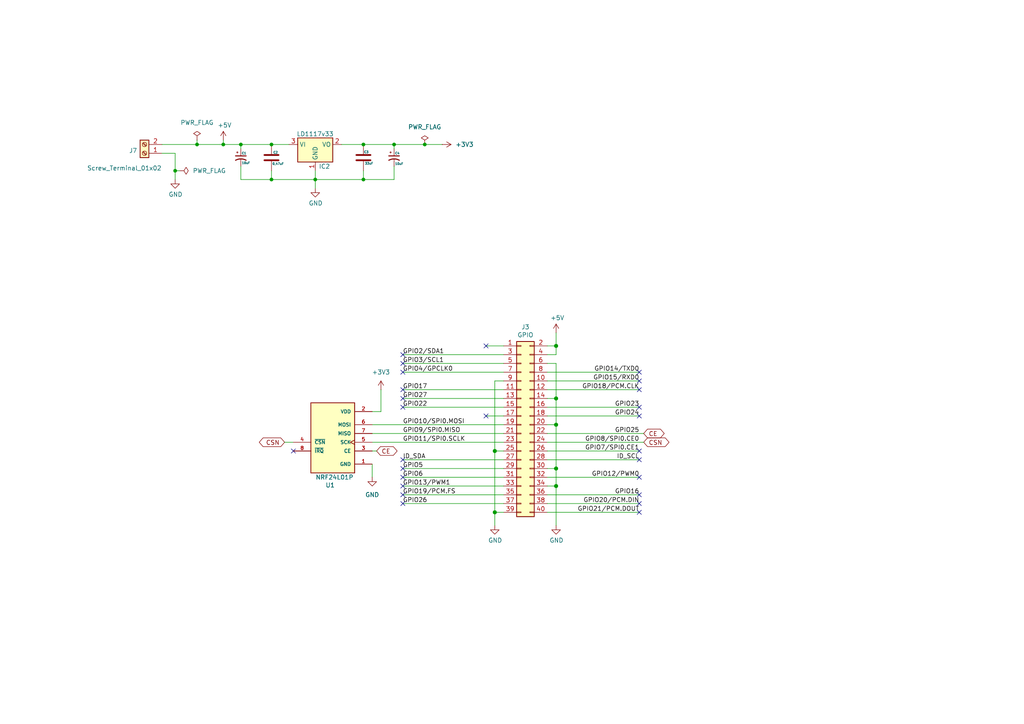
<source format=kicad_sch>
(kicad_sch (version 20231120) (generator "eeschema") (generator_version "8.0")
  (paper "A4")
  (lib_symbols
    (symbol "Connector:Screw_Terminal_01x02" (pin_names (offset 1.016) hide)
      (property "Reference" "J" (at 0 2.54 0))
      (property "Value" "Screw_Terminal_01x02" (at 0 -5.08 0))
      (symbol "Screw_Terminal_01x02_1_1"
        (rectangle (start -1.27 1.27) (end 1.27 -3.81) (stroke (width 0.254)) (fill (type background)))
        (circle (center 0 -2.54) (radius 0.635) (stroke (width 0.1524)))
        (polyline (pts (xy -0.5334 -2.2098) (xy 0.3302 -3.048)) (stroke (width 0.1524)))
        (polyline (pts (xy -0.5334 0.3302) (xy 0.3302 -0.508)) (stroke (width 0.1524)))
        (polyline (pts (xy -0.3556 -2.032) (xy 0.508 -2.8702)) (stroke (width 0.1524)))
        (polyline (pts (xy -0.3556 0.508) (xy 0.508 -0.3302)) (stroke (width 0.1524)))
        (circle (center 0 0) (radius 0.635) (stroke (width 0.1524)))
        (pin passive line (at -5.08 0 0) (length 3.81) (name "Pin_1") (number "1"))
        (pin passive line (at -5.08 -2.54 0) (length 3.81) (name "Pin_2") (number "2"))
      )
    )
    (symbol "Connector_Generic:Conn_02x20_Odd_Even" (pin_names (offset 1.016) hide)
      (property "Reference" "J" (at 1.27 25.4 0))
      (property "Value" "Conn_02x20_Odd_Even" (at 1.27 -27.94 0))
      (symbol "Conn_02x20_Odd_Even_1_1"
        (rectangle (start -1.27 -25.273) (end 0 -25.527) (stroke (width 0.1524)))
        (rectangle (start -1.27 -22.733) (end 0 -22.987) (stroke (width 0.1524)))
        (rectangle (start -1.27 -20.193) (end 0 -20.447) (stroke (width 0.1524)))
        (rectangle (start -1.27 -17.653) (end 0 -17.907) (stroke (width 0.1524)))
        (rectangle (start -1.27 -15.113) (end 0 -15.367) (stroke (width 0.1524)))
        (rectangle (start -1.27 -12.573) (end 0 -12.827) (stroke (width 0.1524)))
        (rectangle (start -1.27 -10.033) (end 0 -10.287) (stroke (width 0.1524)))
        (rectangle (start -1.27 -7.493) (end 0 -7.747) (stroke (width 0.1524)))
        (rectangle (start -1.27 -4.953) (end 0 -5.207) (stroke (width 0.1524)))
        (rectangle (start -1.27 -2.413) (end 0 -2.667) (stroke (width 0.1524)))
        (rectangle (start -1.27 0.127) (end 0 -0.127) (stroke (width 0.1524)))
        (rectangle (start -1.27 2.667) (end 0 2.413) (stroke (width 0.1524)))
        (rectangle (start -1.27 5.207) (end 0 4.953) (stroke (width 0.1524)))
        (rectangle (start -1.27 7.747) (end 0 7.493) (stroke (width 0.1524)))
        (rectangle (start -1.27 10.287) (end 0 10.033) (stroke (width 0.1524)))
        (rectangle (start -1.27 12.827) (end 0 12.573) (stroke (width 0.1524)))
        (rectangle (start -1.27 15.367) (end 0 15.113) (stroke (width 0.1524)))
        (rectangle (start -1.27 17.907) (end 0 17.653) (stroke (width 0.1524)))
        (rectangle (start -1.27 20.447) (end 0 20.193) (stroke (width 0.1524)))
        (rectangle (start -1.27 22.987) (end 0 22.733) (stroke (width 0.1524)))
        (rectangle (start -1.27 24.13) (end 3.81 -26.67) (stroke (width 0.254)) (fill (type background)))
        (rectangle (start 3.81 -25.273) (end 2.54 -25.527) (stroke (width 0.1524)))
        (rectangle (start 3.81 -22.733) (end 2.54 -22.987) (stroke (width 0.1524)))
        (rectangle (start 3.81 -20.193) (end 2.54 -20.447) (stroke (width 0.1524)))
        (rectangle (start 3.81 -17.653) (end 2.54 -17.907) (stroke (width 0.1524)))
        (rectangle (start 3.81 -15.113) (end 2.54 -15.367) (stroke (width 0.1524)))
        (rectangle (start 3.81 -12.573) (end 2.54 -12.827) (stroke (width 0.1524)))
        (rectangle (start 3.81 -10.033) (end 2.54 -10.287) (stroke (width 0.1524)))
        (rectangle (start 3.81 -7.493) (end 2.54 -7.747) (stroke (width 0.1524)))
        (rectangle (start 3.81 -4.953) (end 2.54 -5.207) (stroke (width 0.1524)))
        (rectangle (start 3.81 -2.413) (end 2.54 -2.667) (stroke (width 0.1524)))
        (rectangle (start 3.81 0.127) (end 2.54 -0.127) (stroke (width 0.1524)))
        (rectangle (start 3.81 2.667) (end 2.54 2.413) (stroke (width 0.1524)))
        (rectangle (start 3.81 5.207) (end 2.54 4.953) (stroke (width 0.1524)))
        (rectangle (start 3.81 7.747) (end 2.54 7.493) (stroke (width 0.1524)))
        (rectangle (start 3.81 10.287) (end 2.54 10.033) (stroke (width 0.1524)))
        (rectangle (start 3.81 12.827) (end 2.54 12.573) (stroke (width 0.1524)))
        (rectangle (start 3.81 15.367) (end 2.54 15.113) (stroke (width 0.1524)))
        (rectangle (start 3.81 17.907) (end 2.54 17.653) (stroke (width 0.1524)))
        (rectangle (start 3.81 20.447) (end 2.54 20.193) (stroke (width 0.1524)))
        (rectangle (start 3.81 22.987) (end 2.54 22.733) (stroke (width 0.1524)))
        (pin passive line (at -5.08 22.86 0) (length 3.81) (name "Pin_1") (number "1"))
        (pin passive line (at 7.62 12.7 180) (length 3.81) (name "Pin_10") (number "10"))
        (pin passive line (at -5.08 10.16 0) (length 3.81) (name "Pin_11") (number "11"))
        (pin passive line (at 7.62 10.16 180) (length 3.81) (name "Pin_12") (number "12"))
        (pin passive line (at -5.08 7.62 0) (length 3.81) (name "Pin_13") (number "13"))
        (pin passive line (at 7.62 7.62 180) (length 3.81) (name "Pin_14") (number "14"))
        (pin passive line (at -5.08 5.08 0) (length 3.81) (name "Pin_15") (number "15"))
        (pin passive line (at 7.62 5.08 180) (length 3.81) (name "Pin_16") (number "16"))
        (pin passive line (at -5.08 2.54 0) (length 3.81) (name "Pin_17") (number "17"))
        (pin passive line (at 7.62 2.54 180) (length 3.81) (name "Pin_18") (number "18"))
        (pin passive line (at -5.08 0 0) (length 3.81) (name "Pin_19") (number "19"))
        (pin passive line (at 7.62 22.86 180) (length 3.81) (name "Pin_2") (number "2"))
        (pin passive line (at 7.62 0 180) (length 3.81) (name "Pin_20") (number "20"))
        (pin passive line (at -5.08 -2.54 0) (length 3.81) (name "Pin_21") (number "21"))
        (pin passive line (at 7.62 -2.54 180) (length 3.81) (name "Pin_22") (number "22"))
        (pin passive line (at -5.08 -5.08 0) (length 3.81) (name "Pin_23") (number "23"))
        (pin passive line (at 7.62 -5.08 180) (length 3.81) (name "Pin_24") (number "24"))
        (pin passive line (at -5.08 -7.62 0) (length 3.81) (name "Pin_25") (number "25"))
        (pin passive line (at 7.62 -7.62 180) (length 3.81) (name "Pin_26") (number "26"))
        (pin passive line (at -5.08 -10.16 0) (length 3.81) (name "Pin_27") (number "27"))
        (pin passive line (at 7.62 -10.16 180) (length 3.81) (name "Pin_28") (number "28"))
        (pin passive line (at -5.08 -12.7 0) (length 3.81) (name "Pin_29") (number "29"))
        (pin passive line (at -5.08 20.32 0) (length 3.81) (name "Pin_3") (number "3"))
        (pin passive line (at 7.62 -12.7 180) (length 3.81) (name "Pin_30") (number "30"))
        (pin passive line (at -5.08 -15.24 0) (length 3.81) (name "Pin_31") (number "31"))
        (pin passive line (at 7.62 -15.24 180) (length 3.81) (name "Pin_32") (number "32"))
        (pin passive line (at -5.08 -17.78 0) (length 3.81) (name "Pin_33") (number "33"))
        (pin passive line (at 7.62 -17.78 180) (length 3.81) (name "Pin_34") (number "34"))
        (pin passive line (at -5.08 -20.32 0) (length 3.81) (name "Pin_35") (number "35"))
        (pin passive line (at 7.62 -20.32 180) (length 3.81) (name "Pin_36") (number "36"))
        (pin passive line (at -5.08 -22.86 0) (length 3.81) (name "Pin_37") (number "37"))
        (pin passive line (at 7.62 -22.86 180) (length 3.81) (name "Pin_38") (number "38"))
        (pin passive line (at -5.08 -25.4 0) (length 3.81) (name "Pin_39") (number "39"))
        (pin passive line (at 7.62 20.32 180) (length 3.81) (name "Pin_4") (number "4"))
        (pin passive line (at 7.62 -25.4 180) (length 3.81) (name "Pin_40") (number "40"))
        (pin passive line (at -5.08 17.78 0) (length 3.81) (name "Pin_5") (number "5"))
        (pin passive line (at 7.62 17.78 180) (length 3.81) (name "Pin_6") (number "6"))
        (pin passive line (at -5.08 15.24 0) (length 3.81) (name "Pin_7") (number "7"))
        (pin passive line (at 7.62 15.24 180) (length 3.81) (name "Pin_8") (number "8"))
        (pin passive line (at -5.08 12.7 0) (length 3.81) (name "Pin_9") (number "9"))
      )
    )
    (symbol "Device:C" (pin_numbers hide) (pin_names (offset 0.254))
      (property "Reference" "C" (at 0.635 2.54 0))
      (property "Value" "C" (at 0.635 -2.54 0))
      (symbol "C_0_1"
        (polyline (pts (xy -2.032 -0.762) (xy 2.032 -0.762)) (stroke (width 0.508)))
        (polyline (pts (xy -2.032 0.762) (xy 2.032 0.762)) (stroke (width 0.508)))
      )
      (symbol "C_1_1"
        (pin passive line (at 0 3.81 270) (length 2.794) (name "~") (number "1"))
        (pin passive line (at 0 -3.81 90) (length 2.794) (name "~") (number "2"))
      )
    )
    (symbol "Device:C_Polarized_Small_US" (pin_numbers hide) (pin_names (offset 0.254) hide)
      (property "Reference" "C" (at 0.254 1.778 0))
      (property "Value" "C_Polarized_Small_US" (at 0.254 -2.032 0))
      (symbol "C_Polarized_Small_US_0_1"
        (polyline (pts (xy -1.524 0.508) (xy 1.524 0.508)) (stroke (width 0.3048)))
        (polyline (pts (xy -1.27 1.524) (xy -0.762 1.524)))
        (polyline (pts (xy -1.016 1.27) (xy -1.016 1.778)))
        (arc (start 1.524 -0.762) (mid 0 -0.3734) (end -1.524 -0.762) (stroke (width 0.3048)))
      )
      (symbol "C_Polarized_Small_US_1_1"
        (pin passive line (at 0 2.54 270) (length 2.032) (name "~") (number "1"))
        (pin passive line (at 0 -2.54 90) (length 2.032) (name "~") (number "2"))
      )
    )
    (symbol "GND_1" (power) (pin_numbers hide) (pin_names (offset 0) hide)
      (property "Value" "GND" (at 0 -3.81 0))
      (symbol "GND_1_0_1"
        (polyline (pts (xy 0 0) (xy 0 -1.27) (xy 1.27 -1.27) (xy 0 -2.54) (xy -1.27 -1.27) (xy 0 -1.27)))
      )
      (symbol "GND_1_1_1"
        (pin power_in line (at 0 0 270) (length 0) (name "~") (number "1"))
      )
    )
    (symbol "NRF24L01P-MODULE-PCB_1" (pin_names (offset 1.016))
      (property "Reference" "U3" (at 3.048 14.986 0))
      (property "Value" "NRF24L01P" (at 4.318 12.7 0))
      (symbol "NRF24L01P-MODULE-PCB_1_0_0"
        (rectangle (start -2.54 11.43) (end 10.16 -8.89) (stroke (width 0.254)) (fill (type background)))
        (pin power_in line (at 15.24 8.89 180) (length 5.08) (name "GND") (number "1"))
        (pin power_in line (at 15.24 -6.35 180) (length 5.08) (name "VDD") (number "2"))
        (pin input line (at 15.24 5.08 180) (length 5.08) (name "CE") (number "3"))
        (pin input line (at -7.62 2.54 0) (length 5.08) (name "~{CSN}") (number "4"))
        (pin input clock (at 15.24 2.54 180) (length 5.08) (name "SCK") (number "5"))
        (pin input line (at 15.24 -2.54 180) (length 5.08) (name "MOSI") (number "6"))
        (pin input line (at 15.24 0 180) (length 5.08) (name "MISO") (number "7"))
        (pin input line (at -7.62 5.08 0) (length 5.08) (name "~{IRQ}") (number "8"))
      )
    )
    (symbol "Regulator_Linear:LD1117S33TR_SOT223"
      (property "Reference" "U" (at -3.81 3.175 0))
      (property "Value" "LD1117S33TR_SOT223" (at 0 3.175 0))
      (symbol "LD1117S33TR_SOT223_0_1"
        (rectangle (start -5.08 -5.08) (end 5.08 1.905) (stroke (width 0.254)) (fill (type background)))
      )
      (symbol "LD1117S33TR_SOT223_1_1"
        (pin power_in line (at 0 -7.62 90) (length 2.54) (name "GND") (number "1"))
        (pin power_out line (at 7.62 0 180) (length 2.54) (name "VO") (number "2"))
        (pin power_in line (at -7.62 0 0) (length 2.54) (name "VI") (number "3"))
      )
    )
    (symbol "power:+3V3" (power) (pin_numbers hide) (pin_names (offset 0) hide)
      (property "Value" "+3V3" (at 0 3.556 0))
      (symbol "+3V3_0_1"
        (polyline (pts (xy -0.762 1.27) (xy 0 2.54)))
        (polyline (pts (xy 0 0) (xy 0 2.54)))
        (polyline (pts (xy 0 2.54) (xy 0.762 1.27)))
      )
      (symbol "+3V3_1_1"
        (pin power_in line (at 0 0 90) (length 0) (name "~") (number "1"))
      )
    )
    (symbol "power:+5V" (power) (pin_names (offset 0))
      (property "Value" "+5V" (at 0 3.556 0))
      (symbol "+5V_0_1"
        (polyline (pts (xy -0.762 1.27) (xy 0 2.54)))
        (polyline (pts (xy 0 0) (xy 0 2.54)))
        (polyline (pts (xy 0 2.54) (xy 0.762 1.27)))
      )
      (symbol "+5V_1_1"
        (pin power_in line (at 0 0 90) (length 0) hide (name "+5V") (number "1"))
      )
    )
    (symbol "power:GND" (power) (pin_names (offset 0))
      (property "Value" "GND" (at 0 -3.81 0))
      (symbol "GND_0_1"
        (polyline (pts (xy 0 0) (xy 0 -1.27) (xy 1.27 -1.27) (xy 0 -2.54) (xy -1.27 -1.27) (xy 0 -1.27)))
      )
      (symbol "GND_1_1"
        (pin power_in line (at 0 0 270) (length 0) hide (name "GND") (number "1"))
      )
    )
    (symbol "power:PWR_FLAG" (power) (pin_numbers hide) (pin_names (offset 0) hide)
      (property "Value" "PWR_FLAG" (at 0 3.81 0))
      (symbol "PWR_FLAG_0_0"
        (pin power_out line (at 0 0 90) (length 0) (name "~") (number "1"))
      )
      (symbol "PWR_FLAG_0_1"
        (polyline (pts (xy 0 0) (xy 0 1.27) (xy -1.016 1.905) (xy 0 2.54) (xy 1.016 1.905) (xy 0 1.27)))
      )
    )
  )
  (junction (at 161.29 123.19) (diameter 1.016))
  (junction (at 50.8 49.53))
  (junction (at 57.15 41.91))
  (junction (at 105.41 41.91))
  (junction (at 105.41 52.07))
  (junction (at 78.74 41.91))
  (junction (at 161.29 140.97) (diameter 1.016))
  (junction (at 64.77 41.91))
  (junction (at 161.29 100.33) (diameter 1.016))
  (junction (at 161.29 135.89) (diameter 1.016))
  (junction (at 143.51 148.59) (diameter 1.016))
  (junction (at 123.19 41.91))
  (junction (at 143.51 130.81) (diameter 1.016))
  (junction (at 161.29 115.57) (diameter 1.016))
  (junction (at 69.85 41.91))
  (junction (at 91.44 52.07))
  (junction (at 114.3 41.91))
  (junction (at 78.74 52.07))
  (no_connect (at 116.84 140.97))
  (no_connect (at 116.84 143.51))
  (no_connect (at 116.84 107.95))
  (no_connect (at 140.97 100.33))
  (no_connect (at 185.42 133.35))
  (no_connect (at 185.42 130.81))
  (no_connect (at 85.09 130.81))
  (no_connect (at 116.84 138.43))
  (no_connect (at 185.42 148.59))
  (no_connect (at 116.84 113.03))
  (no_connect (at 116.84 115.57))
  (no_connect (at 185.42 118.11))
  (no_connect (at 185.42 107.95))
  (no_connect (at 185.42 138.43))
  (no_connect (at 116.84 135.89))
  (no_connect (at 185.42 143.51))
  (no_connect (at 116.84 105.41))
  (no_connect (at 185.42 146.05))
  (no_connect (at 185.42 120.65))
  (no_connect (at 116.84 102.87))
  (no_connect (at 185.42 110.49))
  (no_connect (at 116.84 133.35))
  (no_connect (at 185.42 113.03))
  (no_connect (at 116.84 118.11))
  (no_connect (at 140.97 120.65))
  (no_connect (at 116.84 146.05))
  (wire (pts (xy 99.06 41.91) (xy 105.41 41.91)))
  (wire (pts (xy 78.74 52.07) (xy 91.44 52.07)))
  (wire (pts (xy 107.95 130.81) (xy 109.22 130.81)))
  (wire (pts (xy 116.84 138.43) (xy 146.05 138.43)))
  (wire (pts (xy 116.84 118.11) (xy 146.05 118.11)))
  (wire (pts (xy 158.75 148.59) (xy 185.42 148.59)))
  (wire (pts (xy 158.75 130.81) (xy 185.42 130.81)))
  (wire (pts (xy 140.97 100.33) (xy 146.05 100.33)))
  (wire (pts (xy 107.95 125.73) (xy 146.05 125.73)))
  (wire (pts (xy 161.29 105.41) (xy 158.75 105.41)))
  (wire (pts (xy 146.05 102.87) (xy 116.84 102.87)))
  (wire (pts (xy 161.29 100.33) (xy 158.75 100.33)))
  (wire (pts (xy 116.84 105.41) (xy 146.05 105.41)))
  (wire (pts (xy 161.29 135.89) (xy 158.75 135.89)))
  (wire (pts (xy 91.44 52.07) (xy 91.44 54.61)))
  (wire (pts (xy 143.51 130.81) (xy 143.51 148.59)))
  (wire (pts (xy 158.75 113.03) (xy 185.42 113.03)))
  (wire (pts (xy 143.51 110.49) (xy 143.51 130.81)))
  (wire (pts (xy 161.29 140.97) (xy 161.29 152.4)))
  (wire (pts (xy 143.51 110.49) (xy 146.05 110.49)))
  (wire (pts (xy 143.51 148.59) (xy 143.51 152.4)))
  (wire (pts (xy 161.29 100.33) (xy 161.29 102.87)))
  (wire (pts (xy 46.99 41.91) (xy 57.15 41.91)))
  (wire (pts (xy 107.95 134.62) (xy 107.95 138.43)))
  (wire (pts (xy 69.85 41.91) (xy 69.85 43.18)))
  (wire (pts (xy 52.07 49.53) (xy 50.8 49.53)))
  (wire (pts (xy 91.44 52.07) (xy 105.41 52.07)))
  (wire (pts (xy 57.15 41.91) (xy 64.77 41.91)))
  (wire (pts (xy 158.75 125.73) (xy 186.69 125.73)))
  (wire (pts (xy 158.75 107.95) (xy 185.42 107.95)))
  (wire (pts (xy 158.75 120.65) (xy 185.42 120.65)))
  (wire (pts (xy 146.05 140.97) (xy 116.84 140.97)))
  (wire (pts (xy 78.74 49.53) (xy 78.74 52.07)))
  (wire (pts (xy 161.29 115.57) (xy 161.29 123.19)))
  (wire (pts (xy 158.75 146.05) (xy 185.42 146.05)))
  (wire (pts (xy 107.95 123.19) (xy 146.05 123.19)))
  (wire (pts (xy 161.29 96.52) (xy 161.29 100.33)))
  (wire (pts (xy 107.95 119.38) (xy 110.49 119.38)))
  (wire (pts (xy 161.29 102.87) (xy 158.75 102.87)))
  (wire (pts (xy 105.41 41.91) (xy 114.3 41.91)))
  (wire (pts (xy 105.41 52.07) (xy 114.3 52.07)))
  (wire (pts (xy 128.27 41.91) (xy 123.19 41.91)))
  (wire (pts (xy 114.3 48.26) (xy 114.3 52.07)))
  (wire (pts (xy 158.75 118.11) (xy 185.42 118.11)))
  (wire (pts (xy 161.29 135.89) (xy 161.29 140.97)))
  (wire (pts (xy 158.75 138.43) (xy 185.42 138.43)))
  (wire (pts (xy 91.44 49.53) (xy 91.44 52.07)))
  (wire (pts (xy 158.75 143.51) (xy 185.42 143.51)))
  (wire (pts (xy 116.84 115.57) (xy 146.05 115.57)))
  (wire (pts (xy 143.51 148.59) (xy 146.05 148.59)))
  (wire (pts (xy 143.51 130.81) (xy 146.05 130.81)))
  (wire (pts (xy 64.77 41.91) (xy 69.85 41.91)))
  (wire (pts (xy 158.75 133.35) (xy 185.42 133.35)))
  (wire (pts (xy 116.84 143.51) (xy 146.05 143.51)))
  (wire (pts (xy 57.15 40.64) (xy 57.15 41.91)))
  (wire (pts (xy 116.84 146.05) (xy 146.05 146.05)))
  (wire (pts (xy 146.05 120.65) (xy 140.97 120.65)))
  (wire (pts (xy 78.74 41.91) (xy 83.82 41.91)))
  (wire (pts (xy 69.85 52.07) (xy 78.74 52.07)))
  (wire (pts (xy 161.29 105.41) (xy 161.29 115.57)))
  (wire (pts (xy 161.29 123.19) (xy 158.75 123.19)))
  (wire (pts (xy 123.19 41.91) (xy 114.3 41.91)))
  (wire (pts (xy 50.8 49.53) (xy 50.8 52.07)))
  (wire (pts (xy 161.29 140.97) (xy 158.75 140.97)))
  (wire (pts (xy 116.84 135.89) (xy 146.05 135.89)))
  (wire (pts (xy 69.85 48.26) (xy 69.85 52.07)))
  (wire (pts (xy 146.05 113.03) (xy 116.84 113.03)))
  (wire (pts (xy 114.3 41.91) (xy 114.3 43.18)))
  (wire (pts (xy 146.05 133.35) (xy 116.84 133.35)))
  (wire (pts (xy 158.75 128.27) (xy 186.69 128.27)))
  (wire (pts (xy 110.49 113.03) (xy 110.49 119.38)))
  (wire (pts (xy 69.85 41.91) (xy 78.74 41.91)))
  (wire (pts (xy 161.29 115.57) (xy 158.75 115.57)))
  (wire (pts (xy 50.8 44.45) (xy 50.8 49.53)))
  (wire (pts (xy 64.77 40.64) (xy 64.77 41.91)))
  (wire (pts (xy 158.75 110.49) (xy 185.42 110.49)))
  (wire (pts (xy 50.8 44.45) (xy 46.99 44.45)))
  (wire (pts (xy 82.55 128.27) (xy 85.09 128.27)))
  (wire (pts (xy 161.29 123.19) (xy 161.29 135.89)))
  (wire (pts (xy 105.41 52.07) (xy 105.41 49.53)))
  (wire (pts (xy 116.84 107.95) (xy 146.05 107.95)))
  (wire (pts (xy 107.95 128.27) (xy 146.05 128.27)))
  (label "GPIO4{slash}GPCLK0" (at 116.84 107.95 0))
  (label "GPIO16" (at 185.42 143.51 180))
  (label "GPIO17" (at 116.84 113.03 0))
  (label "GPIO20{slash}PCM.DIN" (at 185.42 146.05 180))
  (label "GPIO15{slash}RXD0" (at 185.42 110.49 180))
  (label "GPIO10{slash}SPI0.MOSI" (at 116.84 123.19 0))
  (label "GPIO6" (at 116.84 138.43 0))
  (label "GPIO2{slash}SDA1" (at 116.84 102.87 0))
  (label "GPIO5" (at 116.84 135.89 0))
  (label "GPIO12{slash}PWM0" (at 185.42 138.43 180))
  (label "GPIO14{slash}TXD0" (at 185.42 107.95 180))
  (label "GPIO23" (at 185.42 118.11 180))
  (label "GPIO18{slash}PCM.CLK" (at 185.42 113.03 180))
  (label "GPIO24" (at 185.42 120.65 180))
  (label "GPIO3{slash}SCL1" (at 116.84 105.41 0))
  (label "GPIO26" (at 116.84 146.05 0))
  (label "GPIO7{slash}SPI0.CE1" (at 185.42 130.81 180))
  (label "GPIO19{slash}PCM.FS" (at 116.84 143.51 0))
  (label "GPIO27" (at 116.84 115.57 0))
  (label "GPIO25" (at 185.42 125.73 180))
  (label "GPIO9{slash}SPI0.MISO" (at 116.84 125.73 0))
  (label "GPIO13{slash}PWM1" (at 116.84 140.97 0))
  (label "GPIO11{slash}SPI0.SCLK" (at 116.84 128.27 0))
  (label "ID_SCL" (at 185.42 133.35 180))
  (label "GPIO21{slash}PCM.DOUT" (at 185.42 148.59 180))
  (label "ID_SDA" (at 116.84 133.35 0))
  (label "GPIO8{slash}SPI0.CE0" (at 185.42 128.27 180))
  (label "GPIO22" (at 116.84 118.11 0))
  (global_label "CE" (shape bidirectional) (at 109.22 130.81 0) (property "Intersheetrefs" "${INTERSHEET_REFS}" (effects (hide yes))))
  (global_label "CE" (shape bidirectional) (at 186.69 125.73 0) (property "Intersheetrefs" "${INTERSHEET_REFS}" (effects (hide yes))))
  (global_label "CSN" (shape bidirectional) (at 82.55 128.27 180) (property "Intersheetrefs" "${INTERSHEET_REFS}" (effects (hide yes))))
  (global_label "CSN" (shape bidirectional) (at 186.69 128.27 0) (property "Intersheetrefs" "${INTERSHEET_REFS}" (effects (hide yes))))
  (symbol (lib_id "power:PWR_FLAG") (at 57.15 40.64 0) (unit 1)
    (property "Reference" "#FLG01" (effects (hide yes)))
    (property "Value" "PWR_FLAG" (at 57.15 35.56 0))
    (property "Description" "Special symbol for telling ERC where power comes from" (effects (hide yes)))
  )
  (symbol (lib_id "power:GND") (at 143.51 152.4 0) (unit 1)
    (property "Reference" "#PWR018" (effects (hide yes)))
    (property "Value" "GND" (at 143.6243 156.7244 0))
  )
  (symbol (lib_id "Device:C_Polarized_Small_US") (at 114.3 45.72 0) (unit 1)
    (property "Reference" "C4" (at 114.554 44.45 0) (effects (font (size 0.635 0.635)) (justify left)))
    (property "Value" "10uF" (at 114.554 47.498 0) (effects (font (size 0.635 0.635)) (justify left)))
    (property "Footprint" "Capacitor_THT:CP_Radial_D5.0mm_P2.50mm" (effects (hide yes)))
    (property "Description" "Polarized capacitor, small US symbol" (effects (hide yes)))
  )
  (symbol (lib_id "power:GND") (at 50.8 52.07 0) (unit 1)
    (property "Reference" "#PWR021" (effects (hide yes)))
    (property "Value" "GND" (at 50.9143 56.3944 0))
  )
  (symbol (lib_id "Connector_Generic:Conn_02x20_Odd_Even") (at 151.13 123.19 0) (unit 1) (exclude_from_sim yes)
    (property "Reference" "J3" (at 152.4 94.8498 0))
    (property "Value" "GPIO" (at 152.4 97.155 0))
    (property "Footprint" "Module:Raspberry_Pi_Zero_Socketed_THT_FaceDown_MountingHoles" (effects (hide yes)))
  )
  (symbol (lib_id "power:PWR_FLAG") (at 52.07 49.53 270) (unit 1)
    (property "Reference" "#FLG02" (effects (hide yes)))
    (property "Value" "PWR_FLAG" (at 55.88 49.5299 90) (effects (justify left)))
    (property "Description" "Special symbol for telling ERC where power comes from" (effects (hide yes)))
  )
  (symbol (lib_id "Regulator_Linear:LD1117S33TR_SOT223") (at 91.44 41.91 0) (unit 1)
    (property "Reference" "IC2" (at 95.758 48.26 0) (effects (justify right)))
    (property "Value" "LD1117v33" (at 96.774 38.862 0) (effects (justify right)))
    (property "Footprint" "Package_TO_SOT_THT:TO-220-3_Vertical" (effects (hide yes)))
    (property "Datasheet" "http://www.st.com/st-web-ui/static/active/en/resource/technical/document/datasheet/CD00000544.pdf" (effects (hide yes)))
    (property "Description" "800mA Fixed Low Drop Positive Voltage Regulator, Fixed Output 3.3V, SOT-223" (effects (hide yes)))
    (property "Height" "4.7" (effects (hide yes)))
    (property "Mouser Part Number" "926-LM3940IT-3.3NOPB" (effects (hide yes)))
    (property "Mouser Price/Stock" "https://www.mouser.co.uk/ProductDetail/Texas-Instruments/LM3940IT-3.3-NOPB?qs=QbsRYf82W3FGrjqcSAbcdA%3D%3D" (effects (hide yes)))
    (property "Manufacturer_Name" "Texas Instruments" (effects (hide yes)))
    (property "Manufacturer_Part_Number" "LM3940IT-3.3/NOPB" (effects (hide yes)))
  )
  (symbol (lib_id "Connector:Screw_Terminal_01x02") (at 41.91 44.45 180) (unit 1)
    (property "Reference" "J7" (at 38.608 43.688 0))
    (property "Value" "Screw_Terminal_01x02" (at 36.068 48.768 0))
    (property "Footprint" "TerminalBlock_MetzConnect:TerminalBlock_MetzConnect_Type101_RT01602HBWC_1x02_P5.08mm_Horizontal" (effects (hide yes)))
    (property "Description" "Generic screw terminal, single row, 01x02, script generated (kicad-library-utils/schlib/autogen/connector/)" (effects (hide yes)))
  )
  (symbol (lib_id "power:+5V") (at 64.77 40.64 0) (unit 1)
    (property "Reference" "#PWR013" (effects (hide yes)))
    (property "Value" "+5V" (at 65.1383 36.3156 0))
  )
  (symbol (lib_id "power:+3V3") (at 110.49 113.03 0) (unit 1)
    (property "Reference" "#PWR017" (effects (hide yes)))
    (property "Value" "+3V3" (at 110.49 107.95 0))
    (property "Description" "Power symbol creates a global label with name \"+3V3\"" (effects (hide yes)))
  )
  (symbol (lib_id "Device:C_Polarized_Small_US") (at 69.85 45.72 0) (unit 1)
    (property "Reference" "C1" (at 70.104 44.45 0) (effects (font (size 0.635 0.635)) (justify left)))
    (property "Value" "10uF" (at 70.104 47.244 0) (effects (font (size 0.635 0.635)) (justify left)))
    (property "Footprint" "Capacitor_THT:CP_Radial_D5.0mm_P2.50mm" (effects (hide yes)))
    (property "Description" "Polarized capacitor, small US symbol" (effects (hide yes)))
  )
  (symbol (lib_id "power:+3V3") (at 128.27 41.91 270) (unit 1)
    (property "Reference" "#PWR012" (effects (hide yes)))
    (property "Value" "+3V3" (at 132.08 41.9099 90) (effects (justify left)))
    (property "Description" "Power symbol creates a global label with name \"+3V3\"" (effects (hide yes)))
  )
  (symbol (lib_name "GND_1") (lib_id "power:GND") (at 107.95 138.43 0) (unit 1)
    (property "Reference" "#PWR014" (effects (hide yes)))
    (property "Value" "GND" (at 107.95 143.51 0))
    (property "Description" "Power symbol creates a global label with name \"GND\" , ground" (effects (hide yes)))
  )
  (symbol (lib_id "Device:C") (at 78.74 45.72 0) (unit 1)
    (property "Reference" "C2" (at 79.248 44.196 0) (effects (font (size 0.635 0.635)) (justify left)))
    (property "Value" "0,47uF" (at 78.994 47.498 0) (effects (font (size 0.635 0.635)) (justify left)))
    (property "Footprint" "Capacitor_THT:C_Radial_D4.0mm_H5.0mm_P1.50mm" (effects (hide yes)))
    (property "Description" "Unpolarized capacitor" (effects (hide yes)))
  )
  (symbol (lib_id "power:GND") (at 161.29 152.4 0) (unit 1)
    (property "Reference" "#PWR020" (effects (hide yes)))
    (property "Value" "GND" (at 161.4043 156.7244 0))
  )
  (symbol (lib_id "power:+5V") (at 161.29 96.52 0) (unit 1)
    (property "Reference" "#PWR019" (effects (hide yes)))
    (property "Value" "+5V" (at 161.6583 92.1956 0))
  )
  (symbol (lib_id "power:PWR_FLAG") (at 123.19 41.91 0) (unit 1)
    (property "Reference" "#FLG03" (effects (hide yes)))
    (property "Value" "PWR_FLAG" (at 123.19 36.83 0))
    (property "Description" "Special symbol for telling ERC where power comes from" (effects (hide yes)))
  )
  (symbol (lib_id "power:GND") (at 91.44 54.61 0) (unit 1)
    (property "Reference" "#PWR011" (effects (hide yes)))
    (property "Value" "GND" (at 91.5543 58.9344 0))
  )
  (symbol (lib_id "Device:C") (at 105.41 45.72 0) (unit 1)
    (property "Reference" "C3" (at 105.5632 44.0841 0) (effects (font (size 0.635 0.635)) (justify left)))
    (property "Value" "33uF" (at 105.8172 47.3861 0) (effects (font (size 0.635 0.635)) (justify left)))
    (property "Footprint" "Capacitor_THT:C_Radial_D4.0mm_H5.0mm_P1.50mm" (effects (hide yes)))
    (property "Description" "Unpolarized capacitor" (effects (hide yes)))
  )
  (symbol (lib_name "NRF24L01P-MODULE-PCB_1") (lib_id "NRF24L01P-MODULE-PCB:NRF24L01P-MODULE-PCB") (at 92.71 125.73 0) (mirror x) (unit 1) (exclude_from_sim yes)
    (property "Reference" "U1" (at 95.758 140.716 0))
    (property "Value" "NRF24L01P" (at 97.028 138.43 0))
    (property "Footprint" "NRF24L01P-MODULE-PCB:XCVR_NRF24L01P-MODULE-PCB" (effects (hide yes)))
    (property "Description_1" "nRF24L01 Evaluation Board" (effects (hide yes)))
  )
)
</source>
